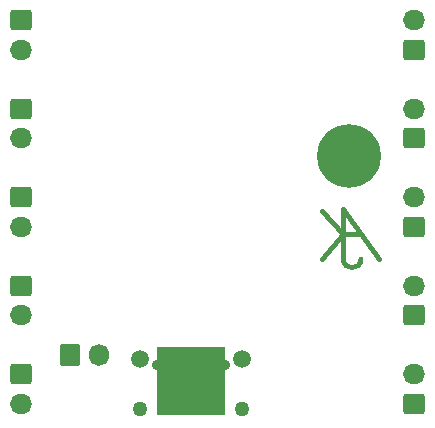
<source format=gbr>
%TF.GenerationSoftware,KiCad,Pcbnew,(6.0.5-0)*%
%TF.CreationDate,2022-08-15T15:57:45+01:00*%
%TF.ProjectId,Relay10,52656c61-7931-4302-9e6b-696361645f70,1*%
%TF.SameCoordinates,Original*%
%TF.FileFunction,Soldermask,Bot*%
%TF.FilePolarity,Negative*%
%FSLAX46Y46*%
G04 Gerber Fmt 4.6, Leading zero omitted, Abs format (unit mm)*
G04 Created by KiCad (PCBNEW (6.0.5-0)) date 2022-08-15 15:57:45*
%MOMM*%
%LPD*%
G01*
G04 APERTURE LIST*
G04 Aperture macros list*
%AMRoundRect*
0 Rectangle with rounded corners*
0 $1 Rounding radius*
0 $2 $3 $4 $5 $6 $7 $8 $9 X,Y pos of 4 corners*
0 Add a 4 corners polygon primitive as box body*
4,1,4,$2,$3,$4,$5,$6,$7,$8,$9,$2,$3,0*
0 Add four circle primitives for the rounded corners*
1,1,$1+$1,$2,$3*
1,1,$1+$1,$4,$5*
1,1,$1+$1,$6,$7*
1,1,$1+$1,$8,$9*
0 Add four rect primitives between the rounded corners*
20,1,$1+$1,$2,$3,$4,$5,0*
20,1,$1+$1,$4,$5,$6,$7,0*
20,1,$1+$1,$6,$7,$8,$9,0*
20,1,$1+$1,$8,$9,$2,$3,0*%
G04 Aperture macros list end*
%ADD10C,0.450000*%
%ADD11RoundRect,0.260000X-0.675000X0.600000X-0.675000X-0.600000X0.675000X-0.600000X0.675000X0.600000X0*%
%ADD12O,1.870000X1.720000*%
%ADD13C,0.870000*%
%ADD14C,1.520000*%
%ADD15C,1.270000*%
%ADD16RoundRect,0.260000X0.675000X-0.600000X0.675000X0.600000X-0.675000X0.600000X-0.675000X-0.600000X0*%
%ADD17RoundRect,0.260000X-0.600000X-0.675000X0.600000X-0.675000X0.600000X0.675000X-0.600000X0.675000X0*%
%ADD18O,1.720000X1.870000*%
%ADD19C,5.400000*%
G04 APERTURE END LIST*
D10*
%TO.C,AJK1*%
X113600000Y-41625000D02*
X115400000Y-43625000D01*
X115400000Y-41525000D02*
X118400000Y-45725000D01*
X115400000Y-43625000D02*
X116900000Y-43625000D01*
X115400000Y-41525000D02*
X115400000Y-45725000D01*
X115400000Y-43625000D02*
X113600000Y-45725000D01*
X115400000Y-45725000D02*
G75*
G03*
X116900000Y-45725000I750000J0D01*
G01*
%TO.C,U10*%
G36*
X105400000Y-58950000D02*
G01*
X99600000Y-58950000D01*
X99600000Y-53150000D01*
X105400000Y-53150000D01*
X105400000Y-58950000D01*
G37*
%TD*%
D11*
%TO.C,J4*%
X88150000Y-40500000D03*
D12*
X88150000Y-43000000D03*
%TD*%
D13*
%TO.C,J1*%
X105390000Y-54710000D03*
D14*
X106820000Y-54220000D03*
D13*
X99610000Y-54710000D03*
D15*
X98180000Y-58390000D03*
D14*
X98180000Y-54220000D03*
D15*
X106820000Y-58390000D03*
%TD*%
D11*
%TO.C,J3*%
X88150000Y-25500000D03*
D12*
X88150000Y-28000000D03*
%TD*%
D16*
%TO.C,J11*%
X121350000Y-28000000D03*
D12*
X121350000Y-25500000D03*
%TD*%
D16*
%TO.C,J10*%
X121350000Y-35500000D03*
D12*
X121350000Y-33000000D03*
%TD*%
D17*
%TO.C,J2*%
X92250000Y-53850000D03*
D18*
X94750000Y-53850000D03*
%TD*%
D11*
%TO.C,J6*%
X88150000Y-48000000D03*
D12*
X88150000Y-50500000D03*
%TD*%
D16*
%TO.C,J7*%
X121350000Y-58000000D03*
D12*
X121350000Y-55500000D03*
%TD*%
D16*
%TO.C,J9*%
X121350000Y-43000000D03*
D12*
X121350000Y-40500000D03*
%TD*%
D16*
%TO.C,J8*%
X121350000Y-50500000D03*
D12*
X121350000Y-48000000D03*
%TD*%
D11*
%TO.C,J5*%
X88150000Y-55500000D03*
D12*
X88150000Y-58000000D03*
%TD*%
D11*
%TO.C,J12*%
X88150000Y-33000000D03*
D12*
X88150000Y-35500000D03*
%TD*%
D19*
%TO.C,U9*%
X115887500Y-37000000D03*
%TD*%
M02*

</source>
